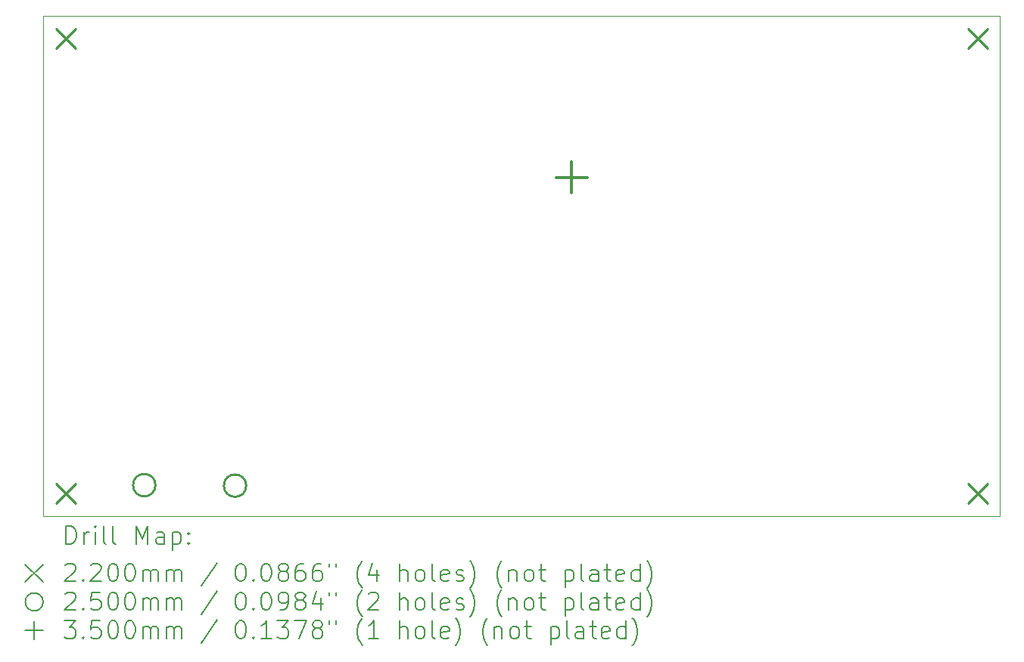
<source format=gbr>
%TF.GenerationSoftware,KiCad,Pcbnew,(6.0.7)*%
%TF.CreationDate,2022-10-25T14:45:11+02:00*%
%TF.ProjectId,Affichage_Temp_Humidite,41666669-6368-4616-9765-5f54656d705f,rev?*%
%TF.SameCoordinates,Original*%
%TF.FileFunction,Drillmap*%
%TF.FilePolarity,Positive*%
%FSLAX45Y45*%
G04 Gerber Fmt 4.5, Leading zero omitted, Abs format (unit mm)*
G04 Created by KiCad (PCBNEW (6.0.7)) date 2022-10-25 14:45:11*
%MOMM*%
%LPD*%
G01*
G04 APERTURE LIST*
%ADD10C,0.050000*%
%ADD11C,0.200000*%
%ADD12C,0.220000*%
%ADD13C,0.250000*%
%ADD14C,0.350000*%
G04 APERTURE END LIST*
D10*
X7400000Y-4000000D02*
X18100000Y-4000000D01*
X7400000Y-4000000D02*
X7400000Y-9600000D01*
X7400000Y-9600000D02*
X18100000Y-9600000D01*
X18100000Y-4000000D02*
X18100000Y-9600000D01*
D11*
D12*
X7540000Y-4140000D02*
X7760000Y-4360000D01*
X7760000Y-4140000D02*
X7540000Y-4360000D01*
X7540000Y-9240000D02*
X7760000Y-9460000D01*
X7760000Y-9240000D02*
X7540000Y-9460000D01*
X17740000Y-4140000D02*
X17960000Y-4360000D01*
X17960000Y-4140000D02*
X17740000Y-4360000D01*
X17740000Y-9240000D02*
X17960000Y-9460000D01*
X17960000Y-9240000D02*
X17740000Y-9460000D01*
D13*
X8653000Y-9254000D02*
G75*
G03*
X8653000Y-9254000I-125000J0D01*
G01*
X9669000Y-9260000D02*
G75*
G03*
X9669000Y-9260000I-125000J0D01*
G01*
D14*
X13309000Y-5632000D02*
X13309000Y-5982000D01*
X13134000Y-5807000D02*
X13484000Y-5807000D01*
D11*
X7655119Y-9912976D02*
X7655119Y-9712976D01*
X7702738Y-9712976D01*
X7731309Y-9722500D01*
X7750357Y-9741548D01*
X7759881Y-9760595D01*
X7769405Y-9798690D01*
X7769405Y-9827262D01*
X7759881Y-9865357D01*
X7750357Y-9884405D01*
X7731309Y-9903452D01*
X7702738Y-9912976D01*
X7655119Y-9912976D01*
X7855119Y-9912976D02*
X7855119Y-9779643D01*
X7855119Y-9817738D02*
X7864643Y-9798690D01*
X7874167Y-9789167D01*
X7893214Y-9779643D01*
X7912262Y-9779643D01*
X7978928Y-9912976D02*
X7978928Y-9779643D01*
X7978928Y-9712976D02*
X7969405Y-9722500D01*
X7978928Y-9732024D01*
X7988452Y-9722500D01*
X7978928Y-9712976D01*
X7978928Y-9732024D01*
X8102738Y-9912976D02*
X8083690Y-9903452D01*
X8074167Y-9884405D01*
X8074167Y-9712976D01*
X8207500Y-9912976D02*
X8188452Y-9903452D01*
X8178928Y-9884405D01*
X8178928Y-9712976D01*
X8436071Y-9912976D02*
X8436071Y-9712976D01*
X8502738Y-9855833D01*
X8569405Y-9712976D01*
X8569405Y-9912976D01*
X8750357Y-9912976D02*
X8750357Y-9808214D01*
X8740833Y-9789167D01*
X8721786Y-9779643D01*
X8683690Y-9779643D01*
X8664643Y-9789167D01*
X8750357Y-9903452D02*
X8731310Y-9912976D01*
X8683690Y-9912976D01*
X8664643Y-9903452D01*
X8655119Y-9884405D01*
X8655119Y-9865357D01*
X8664643Y-9846310D01*
X8683690Y-9836786D01*
X8731310Y-9836786D01*
X8750357Y-9827262D01*
X8845595Y-9779643D02*
X8845595Y-9979643D01*
X8845595Y-9789167D02*
X8864643Y-9779643D01*
X8902738Y-9779643D01*
X8921786Y-9789167D01*
X8931310Y-9798690D01*
X8940833Y-9817738D01*
X8940833Y-9874881D01*
X8931310Y-9893929D01*
X8921786Y-9903452D01*
X8902738Y-9912976D01*
X8864643Y-9912976D01*
X8845595Y-9903452D01*
X9026548Y-9893929D02*
X9036071Y-9903452D01*
X9026548Y-9912976D01*
X9017024Y-9903452D01*
X9026548Y-9893929D01*
X9026548Y-9912976D01*
X9026548Y-9789167D02*
X9036071Y-9798690D01*
X9026548Y-9808214D01*
X9017024Y-9798690D01*
X9026548Y-9789167D01*
X9026548Y-9808214D01*
X7197500Y-10142500D02*
X7397500Y-10342500D01*
X7397500Y-10142500D02*
X7197500Y-10342500D01*
X7645595Y-10152024D02*
X7655119Y-10142500D01*
X7674167Y-10132976D01*
X7721786Y-10132976D01*
X7740833Y-10142500D01*
X7750357Y-10152024D01*
X7759881Y-10171071D01*
X7759881Y-10190119D01*
X7750357Y-10218690D01*
X7636071Y-10332976D01*
X7759881Y-10332976D01*
X7845595Y-10313929D02*
X7855119Y-10323452D01*
X7845595Y-10332976D01*
X7836071Y-10323452D01*
X7845595Y-10313929D01*
X7845595Y-10332976D01*
X7931309Y-10152024D02*
X7940833Y-10142500D01*
X7959881Y-10132976D01*
X8007500Y-10132976D01*
X8026548Y-10142500D01*
X8036071Y-10152024D01*
X8045595Y-10171071D01*
X8045595Y-10190119D01*
X8036071Y-10218690D01*
X7921786Y-10332976D01*
X8045595Y-10332976D01*
X8169405Y-10132976D02*
X8188452Y-10132976D01*
X8207500Y-10142500D01*
X8217024Y-10152024D01*
X8226548Y-10171071D01*
X8236071Y-10209167D01*
X8236071Y-10256786D01*
X8226548Y-10294881D01*
X8217024Y-10313929D01*
X8207500Y-10323452D01*
X8188452Y-10332976D01*
X8169405Y-10332976D01*
X8150357Y-10323452D01*
X8140833Y-10313929D01*
X8131309Y-10294881D01*
X8121786Y-10256786D01*
X8121786Y-10209167D01*
X8131309Y-10171071D01*
X8140833Y-10152024D01*
X8150357Y-10142500D01*
X8169405Y-10132976D01*
X8359881Y-10132976D02*
X8378928Y-10132976D01*
X8397976Y-10142500D01*
X8407500Y-10152024D01*
X8417024Y-10171071D01*
X8426548Y-10209167D01*
X8426548Y-10256786D01*
X8417024Y-10294881D01*
X8407500Y-10313929D01*
X8397976Y-10323452D01*
X8378928Y-10332976D01*
X8359881Y-10332976D01*
X8340833Y-10323452D01*
X8331309Y-10313929D01*
X8321786Y-10294881D01*
X8312262Y-10256786D01*
X8312262Y-10209167D01*
X8321786Y-10171071D01*
X8331309Y-10152024D01*
X8340833Y-10142500D01*
X8359881Y-10132976D01*
X8512262Y-10332976D02*
X8512262Y-10199643D01*
X8512262Y-10218690D02*
X8521786Y-10209167D01*
X8540833Y-10199643D01*
X8569405Y-10199643D01*
X8588452Y-10209167D01*
X8597976Y-10228214D01*
X8597976Y-10332976D01*
X8597976Y-10228214D02*
X8607500Y-10209167D01*
X8626548Y-10199643D01*
X8655119Y-10199643D01*
X8674167Y-10209167D01*
X8683690Y-10228214D01*
X8683690Y-10332976D01*
X8778929Y-10332976D02*
X8778929Y-10199643D01*
X8778929Y-10218690D02*
X8788452Y-10209167D01*
X8807500Y-10199643D01*
X8836071Y-10199643D01*
X8855119Y-10209167D01*
X8864643Y-10228214D01*
X8864643Y-10332976D01*
X8864643Y-10228214D02*
X8874167Y-10209167D01*
X8893214Y-10199643D01*
X8921786Y-10199643D01*
X8940833Y-10209167D01*
X8950357Y-10228214D01*
X8950357Y-10332976D01*
X9340833Y-10123452D02*
X9169405Y-10380595D01*
X9597976Y-10132976D02*
X9617024Y-10132976D01*
X9636071Y-10142500D01*
X9645595Y-10152024D01*
X9655119Y-10171071D01*
X9664643Y-10209167D01*
X9664643Y-10256786D01*
X9655119Y-10294881D01*
X9645595Y-10313929D01*
X9636071Y-10323452D01*
X9617024Y-10332976D01*
X9597976Y-10332976D01*
X9578929Y-10323452D01*
X9569405Y-10313929D01*
X9559881Y-10294881D01*
X9550357Y-10256786D01*
X9550357Y-10209167D01*
X9559881Y-10171071D01*
X9569405Y-10152024D01*
X9578929Y-10142500D01*
X9597976Y-10132976D01*
X9750357Y-10313929D02*
X9759881Y-10323452D01*
X9750357Y-10332976D01*
X9740833Y-10323452D01*
X9750357Y-10313929D01*
X9750357Y-10332976D01*
X9883690Y-10132976D02*
X9902738Y-10132976D01*
X9921786Y-10142500D01*
X9931310Y-10152024D01*
X9940833Y-10171071D01*
X9950357Y-10209167D01*
X9950357Y-10256786D01*
X9940833Y-10294881D01*
X9931310Y-10313929D01*
X9921786Y-10323452D01*
X9902738Y-10332976D01*
X9883690Y-10332976D01*
X9864643Y-10323452D01*
X9855119Y-10313929D01*
X9845595Y-10294881D01*
X9836071Y-10256786D01*
X9836071Y-10209167D01*
X9845595Y-10171071D01*
X9855119Y-10152024D01*
X9864643Y-10142500D01*
X9883690Y-10132976D01*
X10064643Y-10218690D02*
X10045595Y-10209167D01*
X10036071Y-10199643D01*
X10026548Y-10180595D01*
X10026548Y-10171071D01*
X10036071Y-10152024D01*
X10045595Y-10142500D01*
X10064643Y-10132976D01*
X10102738Y-10132976D01*
X10121786Y-10142500D01*
X10131310Y-10152024D01*
X10140833Y-10171071D01*
X10140833Y-10180595D01*
X10131310Y-10199643D01*
X10121786Y-10209167D01*
X10102738Y-10218690D01*
X10064643Y-10218690D01*
X10045595Y-10228214D01*
X10036071Y-10237738D01*
X10026548Y-10256786D01*
X10026548Y-10294881D01*
X10036071Y-10313929D01*
X10045595Y-10323452D01*
X10064643Y-10332976D01*
X10102738Y-10332976D01*
X10121786Y-10323452D01*
X10131310Y-10313929D01*
X10140833Y-10294881D01*
X10140833Y-10256786D01*
X10131310Y-10237738D01*
X10121786Y-10228214D01*
X10102738Y-10218690D01*
X10312262Y-10132976D02*
X10274167Y-10132976D01*
X10255119Y-10142500D01*
X10245595Y-10152024D01*
X10226548Y-10180595D01*
X10217024Y-10218690D01*
X10217024Y-10294881D01*
X10226548Y-10313929D01*
X10236071Y-10323452D01*
X10255119Y-10332976D01*
X10293214Y-10332976D01*
X10312262Y-10323452D01*
X10321786Y-10313929D01*
X10331310Y-10294881D01*
X10331310Y-10247262D01*
X10321786Y-10228214D01*
X10312262Y-10218690D01*
X10293214Y-10209167D01*
X10255119Y-10209167D01*
X10236071Y-10218690D01*
X10226548Y-10228214D01*
X10217024Y-10247262D01*
X10502738Y-10132976D02*
X10464643Y-10132976D01*
X10445595Y-10142500D01*
X10436071Y-10152024D01*
X10417024Y-10180595D01*
X10407500Y-10218690D01*
X10407500Y-10294881D01*
X10417024Y-10313929D01*
X10426548Y-10323452D01*
X10445595Y-10332976D01*
X10483690Y-10332976D01*
X10502738Y-10323452D01*
X10512262Y-10313929D01*
X10521786Y-10294881D01*
X10521786Y-10247262D01*
X10512262Y-10228214D01*
X10502738Y-10218690D01*
X10483690Y-10209167D01*
X10445595Y-10209167D01*
X10426548Y-10218690D01*
X10417024Y-10228214D01*
X10407500Y-10247262D01*
X10597976Y-10132976D02*
X10597976Y-10171071D01*
X10674167Y-10132976D02*
X10674167Y-10171071D01*
X10969405Y-10409167D02*
X10959881Y-10399643D01*
X10940833Y-10371071D01*
X10931310Y-10352024D01*
X10921786Y-10323452D01*
X10912262Y-10275833D01*
X10912262Y-10237738D01*
X10921786Y-10190119D01*
X10931310Y-10161548D01*
X10940833Y-10142500D01*
X10959881Y-10113929D01*
X10969405Y-10104405D01*
X11131310Y-10199643D02*
X11131310Y-10332976D01*
X11083690Y-10123452D02*
X11036071Y-10266310D01*
X11159881Y-10266310D01*
X11388452Y-10332976D02*
X11388452Y-10132976D01*
X11474167Y-10332976D02*
X11474167Y-10228214D01*
X11464643Y-10209167D01*
X11445595Y-10199643D01*
X11417024Y-10199643D01*
X11397976Y-10209167D01*
X11388452Y-10218690D01*
X11597976Y-10332976D02*
X11578928Y-10323452D01*
X11569405Y-10313929D01*
X11559881Y-10294881D01*
X11559881Y-10237738D01*
X11569405Y-10218690D01*
X11578928Y-10209167D01*
X11597976Y-10199643D01*
X11626548Y-10199643D01*
X11645595Y-10209167D01*
X11655119Y-10218690D01*
X11664643Y-10237738D01*
X11664643Y-10294881D01*
X11655119Y-10313929D01*
X11645595Y-10323452D01*
X11626548Y-10332976D01*
X11597976Y-10332976D01*
X11778928Y-10332976D02*
X11759881Y-10323452D01*
X11750357Y-10304405D01*
X11750357Y-10132976D01*
X11931309Y-10323452D02*
X11912262Y-10332976D01*
X11874167Y-10332976D01*
X11855119Y-10323452D01*
X11845595Y-10304405D01*
X11845595Y-10228214D01*
X11855119Y-10209167D01*
X11874167Y-10199643D01*
X11912262Y-10199643D01*
X11931309Y-10209167D01*
X11940833Y-10228214D01*
X11940833Y-10247262D01*
X11845595Y-10266310D01*
X12017024Y-10323452D02*
X12036071Y-10332976D01*
X12074167Y-10332976D01*
X12093214Y-10323452D01*
X12102738Y-10304405D01*
X12102738Y-10294881D01*
X12093214Y-10275833D01*
X12074167Y-10266310D01*
X12045595Y-10266310D01*
X12026548Y-10256786D01*
X12017024Y-10237738D01*
X12017024Y-10228214D01*
X12026548Y-10209167D01*
X12045595Y-10199643D01*
X12074167Y-10199643D01*
X12093214Y-10209167D01*
X12169405Y-10409167D02*
X12178928Y-10399643D01*
X12197976Y-10371071D01*
X12207500Y-10352024D01*
X12217024Y-10323452D01*
X12226548Y-10275833D01*
X12226548Y-10237738D01*
X12217024Y-10190119D01*
X12207500Y-10161548D01*
X12197976Y-10142500D01*
X12178928Y-10113929D01*
X12169405Y-10104405D01*
X12531309Y-10409167D02*
X12521786Y-10399643D01*
X12502738Y-10371071D01*
X12493214Y-10352024D01*
X12483690Y-10323452D01*
X12474167Y-10275833D01*
X12474167Y-10237738D01*
X12483690Y-10190119D01*
X12493214Y-10161548D01*
X12502738Y-10142500D01*
X12521786Y-10113929D01*
X12531309Y-10104405D01*
X12607500Y-10199643D02*
X12607500Y-10332976D01*
X12607500Y-10218690D02*
X12617024Y-10209167D01*
X12636071Y-10199643D01*
X12664643Y-10199643D01*
X12683690Y-10209167D01*
X12693214Y-10228214D01*
X12693214Y-10332976D01*
X12817024Y-10332976D02*
X12797976Y-10323452D01*
X12788452Y-10313929D01*
X12778928Y-10294881D01*
X12778928Y-10237738D01*
X12788452Y-10218690D01*
X12797976Y-10209167D01*
X12817024Y-10199643D01*
X12845595Y-10199643D01*
X12864643Y-10209167D01*
X12874167Y-10218690D01*
X12883690Y-10237738D01*
X12883690Y-10294881D01*
X12874167Y-10313929D01*
X12864643Y-10323452D01*
X12845595Y-10332976D01*
X12817024Y-10332976D01*
X12940833Y-10199643D02*
X13017024Y-10199643D01*
X12969405Y-10132976D02*
X12969405Y-10304405D01*
X12978928Y-10323452D01*
X12997976Y-10332976D01*
X13017024Y-10332976D01*
X13236071Y-10199643D02*
X13236071Y-10399643D01*
X13236071Y-10209167D02*
X13255119Y-10199643D01*
X13293214Y-10199643D01*
X13312262Y-10209167D01*
X13321786Y-10218690D01*
X13331309Y-10237738D01*
X13331309Y-10294881D01*
X13321786Y-10313929D01*
X13312262Y-10323452D01*
X13293214Y-10332976D01*
X13255119Y-10332976D01*
X13236071Y-10323452D01*
X13445595Y-10332976D02*
X13426548Y-10323452D01*
X13417024Y-10304405D01*
X13417024Y-10132976D01*
X13607500Y-10332976D02*
X13607500Y-10228214D01*
X13597976Y-10209167D01*
X13578928Y-10199643D01*
X13540833Y-10199643D01*
X13521786Y-10209167D01*
X13607500Y-10323452D02*
X13588452Y-10332976D01*
X13540833Y-10332976D01*
X13521786Y-10323452D01*
X13512262Y-10304405D01*
X13512262Y-10285357D01*
X13521786Y-10266310D01*
X13540833Y-10256786D01*
X13588452Y-10256786D01*
X13607500Y-10247262D01*
X13674167Y-10199643D02*
X13750357Y-10199643D01*
X13702738Y-10132976D02*
X13702738Y-10304405D01*
X13712262Y-10323452D01*
X13731309Y-10332976D01*
X13750357Y-10332976D01*
X13893214Y-10323452D02*
X13874167Y-10332976D01*
X13836071Y-10332976D01*
X13817024Y-10323452D01*
X13807500Y-10304405D01*
X13807500Y-10228214D01*
X13817024Y-10209167D01*
X13836071Y-10199643D01*
X13874167Y-10199643D01*
X13893214Y-10209167D01*
X13902738Y-10228214D01*
X13902738Y-10247262D01*
X13807500Y-10266310D01*
X14074167Y-10332976D02*
X14074167Y-10132976D01*
X14074167Y-10323452D02*
X14055119Y-10332976D01*
X14017024Y-10332976D01*
X13997976Y-10323452D01*
X13988452Y-10313929D01*
X13978928Y-10294881D01*
X13978928Y-10237738D01*
X13988452Y-10218690D01*
X13997976Y-10209167D01*
X14017024Y-10199643D01*
X14055119Y-10199643D01*
X14074167Y-10209167D01*
X14150357Y-10409167D02*
X14159881Y-10399643D01*
X14178928Y-10371071D01*
X14188452Y-10352024D01*
X14197976Y-10323452D01*
X14207500Y-10275833D01*
X14207500Y-10237738D01*
X14197976Y-10190119D01*
X14188452Y-10161548D01*
X14178928Y-10142500D01*
X14159881Y-10113929D01*
X14150357Y-10104405D01*
X7397500Y-10562500D02*
G75*
G03*
X7397500Y-10562500I-100000J0D01*
G01*
X7645595Y-10472024D02*
X7655119Y-10462500D01*
X7674167Y-10452976D01*
X7721786Y-10452976D01*
X7740833Y-10462500D01*
X7750357Y-10472024D01*
X7759881Y-10491071D01*
X7759881Y-10510119D01*
X7750357Y-10538690D01*
X7636071Y-10652976D01*
X7759881Y-10652976D01*
X7845595Y-10633929D02*
X7855119Y-10643452D01*
X7845595Y-10652976D01*
X7836071Y-10643452D01*
X7845595Y-10633929D01*
X7845595Y-10652976D01*
X8036071Y-10452976D02*
X7940833Y-10452976D01*
X7931309Y-10548214D01*
X7940833Y-10538690D01*
X7959881Y-10529167D01*
X8007500Y-10529167D01*
X8026548Y-10538690D01*
X8036071Y-10548214D01*
X8045595Y-10567262D01*
X8045595Y-10614881D01*
X8036071Y-10633929D01*
X8026548Y-10643452D01*
X8007500Y-10652976D01*
X7959881Y-10652976D01*
X7940833Y-10643452D01*
X7931309Y-10633929D01*
X8169405Y-10452976D02*
X8188452Y-10452976D01*
X8207500Y-10462500D01*
X8217024Y-10472024D01*
X8226548Y-10491071D01*
X8236071Y-10529167D01*
X8236071Y-10576786D01*
X8226548Y-10614881D01*
X8217024Y-10633929D01*
X8207500Y-10643452D01*
X8188452Y-10652976D01*
X8169405Y-10652976D01*
X8150357Y-10643452D01*
X8140833Y-10633929D01*
X8131309Y-10614881D01*
X8121786Y-10576786D01*
X8121786Y-10529167D01*
X8131309Y-10491071D01*
X8140833Y-10472024D01*
X8150357Y-10462500D01*
X8169405Y-10452976D01*
X8359881Y-10452976D02*
X8378928Y-10452976D01*
X8397976Y-10462500D01*
X8407500Y-10472024D01*
X8417024Y-10491071D01*
X8426548Y-10529167D01*
X8426548Y-10576786D01*
X8417024Y-10614881D01*
X8407500Y-10633929D01*
X8397976Y-10643452D01*
X8378928Y-10652976D01*
X8359881Y-10652976D01*
X8340833Y-10643452D01*
X8331309Y-10633929D01*
X8321786Y-10614881D01*
X8312262Y-10576786D01*
X8312262Y-10529167D01*
X8321786Y-10491071D01*
X8331309Y-10472024D01*
X8340833Y-10462500D01*
X8359881Y-10452976D01*
X8512262Y-10652976D02*
X8512262Y-10519643D01*
X8512262Y-10538690D02*
X8521786Y-10529167D01*
X8540833Y-10519643D01*
X8569405Y-10519643D01*
X8588452Y-10529167D01*
X8597976Y-10548214D01*
X8597976Y-10652976D01*
X8597976Y-10548214D02*
X8607500Y-10529167D01*
X8626548Y-10519643D01*
X8655119Y-10519643D01*
X8674167Y-10529167D01*
X8683690Y-10548214D01*
X8683690Y-10652976D01*
X8778929Y-10652976D02*
X8778929Y-10519643D01*
X8778929Y-10538690D02*
X8788452Y-10529167D01*
X8807500Y-10519643D01*
X8836071Y-10519643D01*
X8855119Y-10529167D01*
X8864643Y-10548214D01*
X8864643Y-10652976D01*
X8864643Y-10548214D02*
X8874167Y-10529167D01*
X8893214Y-10519643D01*
X8921786Y-10519643D01*
X8940833Y-10529167D01*
X8950357Y-10548214D01*
X8950357Y-10652976D01*
X9340833Y-10443452D02*
X9169405Y-10700595D01*
X9597976Y-10452976D02*
X9617024Y-10452976D01*
X9636071Y-10462500D01*
X9645595Y-10472024D01*
X9655119Y-10491071D01*
X9664643Y-10529167D01*
X9664643Y-10576786D01*
X9655119Y-10614881D01*
X9645595Y-10633929D01*
X9636071Y-10643452D01*
X9617024Y-10652976D01*
X9597976Y-10652976D01*
X9578929Y-10643452D01*
X9569405Y-10633929D01*
X9559881Y-10614881D01*
X9550357Y-10576786D01*
X9550357Y-10529167D01*
X9559881Y-10491071D01*
X9569405Y-10472024D01*
X9578929Y-10462500D01*
X9597976Y-10452976D01*
X9750357Y-10633929D02*
X9759881Y-10643452D01*
X9750357Y-10652976D01*
X9740833Y-10643452D01*
X9750357Y-10633929D01*
X9750357Y-10652976D01*
X9883690Y-10452976D02*
X9902738Y-10452976D01*
X9921786Y-10462500D01*
X9931310Y-10472024D01*
X9940833Y-10491071D01*
X9950357Y-10529167D01*
X9950357Y-10576786D01*
X9940833Y-10614881D01*
X9931310Y-10633929D01*
X9921786Y-10643452D01*
X9902738Y-10652976D01*
X9883690Y-10652976D01*
X9864643Y-10643452D01*
X9855119Y-10633929D01*
X9845595Y-10614881D01*
X9836071Y-10576786D01*
X9836071Y-10529167D01*
X9845595Y-10491071D01*
X9855119Y-10472024D01*
X9864643Y-10462500D01*
X9883690Y-10452976D01*
X10045595Y-10652976D02*
X10083690Y-10652976D01*
X10102738Y-10643452D01*
X10112262Y-10633929D01*
X10131310Y-10605357D01*
X10140833Y-10567262D01*
X10140833Y-10491071D01*
X10131310Y-10472024D01*
X10121786Y-10462500D01*
X10102738Y-10452976D01*
X10064643Y-10452976D01*
X10045595Y-10462500D01*
X10036071Y-10472024D01*
X10026548Y-10491071D01*
X10026548Y-10538690D01*
X10036071Y-10557738D01*
X10045595Y-10567262D01*
X10064643Y-10576786D01*
X10102738Y-10576786D01*
X10121786Y-10567262D01*
X10131310Y-10557738D01*
X10140833Y-10538690D01*
X10255119Y-10538690D02*
X10236071Y-10529167D01*
X10226548Y-10519643D01*
X10217024Y-10500595D01*
X10217024Y-10491071D01*
X10226548Y-10472024D01*
X10236071Y-10462500D01*
X10255119Y-10452976D01*
X10293214Y-10452976D01*
X10312262Y-10462500D01*
X10321786Y-10472024D01*
X10331310Y-10491071D01*
X10331310Y-10500595D01*
X10321786Y-10519643D01*
X10312262Y-10529167D01*
X10293214Y-10538690D01*
X10255119Y-10538690D01*
X10236071Y-10548214D01*
X10226548Y-10557738D01*
X10217024Y-10576786D01*
X10217024Y-10614881D01*
X10226548Y-10633929D01*
X10236071Y-10643452D01*
X10255119Y-10652976D01*
X10293214Y-10652976D01*
X10312262Y-10643452D01*
X10321786Y-10633929D01*
X10331310Y-10614881D01*
X10331310Y-10576786D01*
X10321786Y-10557738D01*
X10312262Y-10548214D01*
X10293214Y-10538690D01*
X10502738Y-10519643D02*
X10502738Y-10652976D01*
X10455119Y-10443452D02*
X10407500Y-10586310D01*
X10531310Y-10586310D01*
X10597976Y-10452976D02*
X10597976Y-10491071D01*
X10674167Y-10452976D02*
X10674167Y-10491071D01*
X10969405Y-10729167D02*
X10959881Y-10719643D01*
X10940833Y-10691071D01*
X10931310Y-10672024D01*
X10921786Y-10643452D01*
X10912262Y-10595833D01*
X10912262Y-10557738D01*
X10921786Y-10510119D01*
X10931310Y-10481548D01*
X10940833Y-10462500D01*
X10959881Y-10433929D01*
X10969405Y-10424405D01*
X11036071Y-10472024D02*
X11045595Y-10462500D01*
X11064643Y-10452976D01*
X11112262Y-10452976D01*
X11131310Y-10462500D01*
X11140833Y-10472024D01*
X11150357Y-10491071D01*
X11150357Y-10510119D01*
X11140833Y-10538690D01*
X11026548Y-10652976D01*
X11150357Y-10652976D01*
X11388452Y-10652976D02*
X11388452Y-10452976D01*
X11474167Y-10652976D02*
X11474167Y-10548214D01*
X11464643Y-10529167D01*
X11445595Y-10519643D01*
X11417024Y-10519643D01*
X11397976Y-10529167D01*
X11388452Y-10538690D01*
X11597976Y-10652976D02*
X11578928Y-10643452D01*
X11569405Y-10633929D01*
X11559881Y-10614881D01*
X11559881Y-10557738D01*
X11569405Y-10538690D01*
X11578928Y-10529167D01*
X11597976Y-10519643D01*
X11626548Y-10519643D01*
X11645595Y-10529167D01*
X11655119Y-10538690D01*
X11664643Y-10557738D01*
X11664643Y-10614881D01*
X11655119Y-10633929D01*
X11645595Y-10643452D01*
X11626548Y-10652976D01*
X11597976Y-10652976D01*
X11778928Y-10652976D02*
X11759881Y-10643452D01*
X11750357Y-10624405D01*
X11750357Y-10452976D01*
X11931309Y-10643452D02*
X11912262Y-10652976D01*
X11874167Y-10652976D01*
X11855119Y-10643452D01*
X11845595Y-10624405D01*
X11845595Y-10548214D01*
X11855119Y-10529167D01*
X11874167Y-10519643D01*
X11912262Y-10519643D01*
X11931309Y-10529167D01*
X11940833Y-10548214D01*
X11940833Y-10567262D01*
X11845595Y-10586310D01*
X12017024Y-10643452D02*
X12036071Y-10652976D01*
X12074167Y-10652976D01*
X12093214Y-10643452D01*
X12102738Y-10624405D01*
X12102738Y-10614881D01*
X12093214Y-10595833D01*
X12074167Y-10586310D01*
X12045595Y-10586310D01*
X12026548Y-10576786D01*
X12017024Y-10557738D01*
X12017024Y-10548214D01*
X12026548Y-10529167D01*
X12045595Y-10519643D01*
X12074167Y-10519643D01*
X12093214Y-10529167D01*
X12169405Y-10729167D02*
X12178928Y-10719643D01*
X12197976Y-10691071D01*
X12207500Y-10672024D01*
X12217024Y-10643452D01*
X12226548Y-10595833D01*
X12226548Y-10557738D01*
X12217024Y-10510119D01*
X12207500Y-10481548D01*
X12197976Y-10462500D01*
X12178928Y-10433929D01*
X12169405Y-10424405D01*
X12531309Y-10729167D02*
X12521786Y-10719643D01*
X12502738Y-10691071D01*
X12493214Y-10672024D01*
X12483690Y-10643452D01*
X12474167Y-10595833D01*
X12474167Y-10557738D01*
X12483690Y-10510119D01*
X12493214Y-10481548D01*
X12502738Y-10462500D01*
X12521786Y-10433929D01*
X12531309Y-10424405D01*
X12607500Y-10519643D02*
X12607500Y-10652976D01*
X12607500Y-10538690D02*
X12617024Y-10529167D01*
X12636071Y-10519643D01*
X12664643Y-10519643D01*
X12683690Y-10529167D01*
X12693214Y-10548214D01*
X12693214Y-10652976D01*
X12817024Y-10652976D02*
X12797976Y-10643452D01*
X12788452Y-10633929D01*
X12778928Y-10614881D01*
X12778928Y-10557738D01*
X12788452Y-10538690D01*
X12797976Y-10529167D01*
X12817024Y-10519643D01*
X12845595Y-10519643D01*
X12864643Y-10529167D01*
X12874167Y-10538690D01*
X12883690Y-10557738D01*
X12883690Y-10614881D01*
X12874167Y-10633929D01*
X12864643Y-10643452D01*
X12845595Y-10652976D01*
X12817024Y-10652976D01*
X12940833Y-10519643D02*
X13017024Y-10519643D01*
X12969405Y-10452976D02*
X12969405Y-10624405D01*
X12978928Y-10643452D01*
X12997976Y-10652976D01*
X13017024Y-10652976D01*
X13236071Y-10519643D02*
X13236071Y-10719643D01*
X13236071Y-10529167D02*
X13255119Y-10519643D01*
X13293214Y-10519643D01*
X13312262Y-10529167D01*
X13321786Y-10538690D01*
X13331309Y-10557738D01*
X13331309Y-10614881D01*
X13321786Y-10633929D01*
X13312262Y-10643452D01*
X13293214Y-10652976D01*
X13255119Y-10652976D01*
X13236071Y-10643452D01*
X13445595Y-10652976D02*
X13426548Y-10643452D01*
X13417024Y-10624405D01*
X13417024Y-10452976D01*
X13607500Y-10652976D02*
X13607500Y-10548214D01*
X13597976Y-10529167D01*
X13578928Y-10519643D01*
X13540833Y-10519643D01*
X13521786Y-10529167D01*
X13607500Y-10643452D02*
X13588452Y-10652976D01*
X13540833Y-10652976D01*
X13521786Y-10643452D01*
X13512262Y-10624405D01*
X13512262Y-10605357D01*
X13521786Y-10586310D01*
X13540833Y-10576786D01*
X13588452Y-10576786D01*
X13607500Y-10567262D01*
X13674167Y-10519643D02*
X13750357Y-10519643D01*
X13702738Y-10452976D02*
X13702738Y-10624405D01*
X13712262Y-10643452D01*
X13731309Y-10652976D01*
X13750357Y-10652976D01*
X13893214Y-10643452D02*
X13874167Y-10652976D01*
X13836071Y-10652976D01*
X13817024Y-10643452D01*
X13807500Y-10624405D01*
X13807500Y-10548214D01*
X13817024Y-10529167D01*
X13836071Y-10519643D01*
X13874167Y-10519643D01*
X13893214Y-10529167D01*
X13902738Y-10548214D01*
X13902738Y-10567262D01*
X13807500Y-10586310D01*
X14074167Y-10652976D02*
X14074167Y-10452976D01*
X14074167Y-10643452D02*
X14055119Y-10652976D01*
X14017024Y-10652976D01*
X13997976Y-10643452D01*
X13988452Y-10633929D01*
X13978928Y-10614881D01*
X13978928Y-10557738D01*
X13988452Y-10538690D01*
X13997976Y-10529167D01*
X14017024Y-10519643D01*
X14055119Y-10519643D01*
X14074167Y-10529167D01*
X14150357Y-10729167D02*
X14159881Y-10719643D01*
X14178928Y-10691071D01*
X14188452Y-10672024D01*
X14197976Y-10643452D01*
X14207500Y-10595833D01*
X14207500Y-10557738D01*
X14197976Y-10510119D01*
X14188452Y-10481548D01*
X14178928Y-10462500D01*
X14159881Y-10433929D01*
X14150357Y-10424405D01*
X7297500Y-10782500D02*
X7297500Y-10982500D01*
X7197500Y-10882500D02*
X7397500Y-10882500D01*
X7636071Y-10772976D02*
X7759881Y-10772976D01*
X7693214Y-10849167D01*
X7721786Y-10849167D01*
X7740833Y-10858690D01*
X7750357Y-10868214D01*
X7759881Y-10887262D01*
X7759881Y-10934881D01*
X7750357Y-10953929D01*
X7740833Y-10963452D01*
X7721786Y-10972976D01*
X7664643Y-10972976D01*
X7645595Y-10963452D01*
X7636071Y-10953929D01*
X7845595Y-10953929D02*
X7855119Y-10963452D01*
X7845595Y-10972976D01*
X7836071Y-10963452D01*
X7845595Y-10953929D01*
X7845595Y-10972976D01*
X8036071Y-10772976D02*
X7940833Y-10772976D01*
X7931309Y-10868214D01*
X7940833Y-10858690D01*
X7959881Y-10849167D01*
X8007500Y-10849167D01*
X8026548Y-10858690D01*
X8036071Y-10868214D01*
X8045595Y-10887262D01*
X8045595Y-10934881D01*
X8036071Y-10953929D01*
X8026548Y-10963452D01*
X8007500Y-10972976D01*
X7959881Y-10972976D01*
X7940833Y-10963452D01*
X7931309Y-10953929D01*
X8169405Y-10772976D02*
X8188452Y-10772976D01*
X8207500Y-10782500D01*
X8217024Y-10792024D01*
X8226548Y-10811071D01*
X8236071Y-10849167D01*
X8236071Y-10896786D01*
X8226548Y-10934881D01*
X8217024Y-10953929D01*
X8207500Y-10963452D01*
X8188452Y-10972976D01*
X8169405Y-10972976D01*
X8150357Y-10963452D01*
X8140833Y-10953929D01*
X8131309Y-10934881D01*
X8121786Y-10896786D01*
X8121786Y-10849167D01*
X8131309Y-10811071D01*
X8140833Y-10792024D01*
X8150357Y-10782500D01*
X8169405Y-10772976D01*
X8359881Y-10772976D02*
X8378928Y-10772976D01*
X8397976Y-10782500D01*
X8407500Y-10792024D01*
X8417024Y-10811071D01*
X8426548Y-10849167D01*
X8426548Y-10896786D01*
X8417024Y-10934881D01*
X8407500Y-10953929D01*
X8397976Y-10963452D01*
X8378928Y-10972976D01*
X8359881Y-10972976D01*
X8340833Y-10963452D01*
X8331309Y-10953929D01*
X8321786Y-10934881D01*
X8312262Y-10896786D01*
X8312262Y-10849167D01*
X8321786Y-10811071D01*
X8331309Y-10792024D01*
X8340833Y-10782500D01*
X8359881Y-10772976D01*
X8512262Y-10972976D02*
X8512262Y-10839643D01*
X8512262Y-10858690D02*
X8521786Y-10849167D01*
X8540833Y-10839643D01*
X8569405Y-10839643D01*
X8588452Y-10849167D01*
X8597976Y-10868214D01*
X8597976Y-10972976D01*
X8597976Y-10868214D02*
X8607500Y-10849167D01*
X8626548Y-10839643D01*
X8655119Y-10839643D01*
X8674167Y-10849167D01*
X8683690Y-10868214D01*
X8683690Y-10972976D01*
X8778929Y-10972976D02*
X8778929Y-10839643D01*
X8778929Y-10858690D02*
X8788452Y-10849167D01*
X8807500Y-10839643D01*
X8836071Y-10839643D01*
X8855119Y-10849167D01*
X8864643Y-10868214D01*
X8864643Y-10972976D01*
X8864643Y-10868214D02*
X8874167Y-10849167D01*
X8893214Y-10839643D01*
X8921786Y-10839643D01*
X8940833Y-10849167D01*
X8950357Y-10868214D01*
X8950357Y-10972976D01*
X9340833Y-10763452D02*
X9169405Y-11020595D01*
X9597976Y-10772976D02*
X9617024Y-10772976D01*
X9636071Y-10782500D01*
X9645595Y-10792024D01*
X9655119Y-10811071D01*
X9664643Y-10849167D01*
X9664643Y-10896786D01*
X9655119Y-10934881D01*
X9645595Y-10953929D01*
X9636071Y-10963452D01*
X9617024Y-10972976D01*
X9597976Y-10972976D01*
X9578929Y-10963452D01*
X9569405Y-10953929D01*
X9559881Y-10934881D01*
X9550357Y-10896786D01*
X9550357Y-10849167D01*
X9559881Y-10811071D01*
X9569405Y-10792024D01*
X9578929Y-10782500D01*
X9597976Y-10772976D01*
X9750357Y-10953929D02*
X9759881Y-10963452D01*
X9750357Y-10972976D01*
X9740833Y-10963452D01*
X9750357Y-10953929D01*
X9750357Y-10972976D01*
X9950357Y-10972976D02*
X9836071Y-10972976D01*
X9893214Y-10972976D02*
X9893214Y-10772976D01*
X9874167Y-10801548D01*
X9855119Y-10820595D01*
X9836071Y-10830119D01*
X10017024Y-10772976D02*
X10140833Y-10772976D01*
X10074167Y-10849167D01*
X10102738Y-10849167D01*
X10121786Y-10858690D01*
X10131310Y-10868214D01*
X10140833Y-10887262D01*
X10140833Y-10934881D01*
X10131310Y-10953929D01*
X10121786Y-10963452D01*
X10102738Y-10972976D01*
X10045595Y-10972976D01*
X10026548Y-10963452D01*
X10017024Y-10953929D01*
X10207500Y-10772976D02*
X10340833Y-10772976D01*
X10255119Y-10972976D01*
X10445595Y-10858690D02*
X10426548Y-10849167D01*
X10417024Y-10839643D01*
X10407500Y-10820595D01*
X10407500Y-10811071D01*
X10417024Y-10792024D01*
X10426548Y-10782500D01*
X10445595Y-10772976D01*
X10483690Y-10772976D01*
X10502738Y-10782500D01*
X10512262Y-10792024D01*
X10521786Y-10811071D01*
X10521786Y-10820595D01*
X10512262Y-10839643D01*
X10502738Y-10849167D01*
X10483690Y-10858690D01*
X10445595Y-10858690D01*
X10426548Y-10868214D01*
X10417024Y-10877738D01*
X10407500Y-10896786D01*
X10407500Y-10934881D01*
X10417024Y-10953929D01*
X10426548Y-10963452D01*
X10445595Y-10972976D01*
X10483690Y-10972976D01*
X10502738Y-10963452D01*
X10512262Y-10953929D01*
X10521786Y-10934881D01*
X10521786Y-10896786D01*
X10512262Y-10877738D01*
X10502738Y-10868214D01*
X10483690Y-10858690D01*
X10597976Y-10772976D02*
X10597976Y-10811071D01*
X10674167Y-10772976D02*
X10674167Y-10811071D01*
X10969405Y-11049167D02*
X10959881Y-11039643D01*
X10940833Y-11011071D01*
X10931310Y-10992024D01*
X10921786Y-10963452D01*
X10912262Y-10915833D01*
X10912262Y-10877738D01*
X10921786Y-10830119D01*
X10931310Y-10801548D01*
X10940833Y-10782500D01*
X10959881Y-10753929D01*
X10969405Y-10744405D01*
X11150357Y-10972976D02*
X11036071Y-10972976D01*
X11093214Y-10972976D02*
X11093214Y-10772976D01*
X11074167Y-10801548D01*
X11055119Y-10820595D01*
X11036071Y-10830119D01*
X11388452Y-10972976D02*
X11388452Y-10772976D01*
X11474167Y-10972976D02*
X11474167Y-10868214D01*
X11464643Y-10849167D01*
X11445595Y-10839643D01*
X11417024Y-10839643D01*
X11397976Y-10849167D01*
X11388452Y-10858690D01*
X11597976Y-10972976D02*
X11578928Y-10963452D01*
X11569405Y-10953929D01*
X11559881Y-10934881D01*
X11559881Y-10877738D01*
X11569405Y-10858690D01*
X11578928Y-10849167D01*
X11597976Y-10839643D01*
X11626548Y-10839643D01*
X11645595Y-10849167D01*
X11655119Y-10858690D01*
X11664643Y-10877738D01*
X11664643Y-10934881D01*
X11655119Y-10953929D01*
X11645595Y-10963452D01*
X11626548Y-10972976D01*
X11597976Y-10972976D01*
X11778928Y-10972976D02*
X11759881Y-10963452D01*
X11750357Y-10944405D01*
X11750357Y-10772976D01*
X11931309Y-10963452D02*
X11912262Y-10972976D01*
X11874167Y-10972976D01*
X11855119Y-10963452D01*
X11845595Y-10944405D01*
X11845595Y-10868214D01*
X11855119Y-10849167D01*
X11874167Y-10839643D01*
X11912262Y-10839643D01*
X11931309Y-10849167D01*
X11940833Y-10868214D01*
X11940833Y-10887262D01*
X11845595Y-10906310D01*
X12007500Y-11049167D02*
X12017024Y-11039643D01*
X12036071Y-11011071D01*
X12045595Y-10992024D01*
X12055119Y-10963452D01*
X12064643Y-10915833D01*
X12064643Y-10877738D01*
X12055119Y-10830119D01*
X12045595Y-10801548D01*
X12036071Y-10782500D01*
X12017024Y-10753929D01*
X12007500Y-10744405D01*
X12369405Y-11049167D02*
X12359881Y-11039643D01*
X12340833Y-11011071D01*
X12331309Y-10992024D01*
X12321786Y-10963452D01*
X12312262Y-10915833D01*
X12312262Y-10877738D01*
X12321786Y-10830119D01*
X12331309Y-10801548D01*
X12340833Y-10782500D01*
X12359881Y-10753929D01*
X12369405Y-10744405D01*
X12445595Y-10839643D02*
X12445595Y-10972976D01*
X12445595Y-10858690D02*
X12455119Y-10849167D01*
X12474167Y-10839643D01*
X12502738Y-10839643D01*
X12521786Y-10849167D01*
X12531309Y-10868214D01*
X12531309Y-10972976D01*
X12655119Y-10972976D02*
X12636071Y-10963452D01*
X12626548Y-10953929D01*
X12617024Y-10934881D01*
X12617024Y-10877738D01*
X12626548Y-10858690D01*
X12636071Y-10849167D01*
X12655119Y-10839643D01*
X12683690Y-10839643D01*
X12702738Y-10849167D01*
X12712262Y-10858690D01*
X12721786Y-10877738D01*
X12721786Y-10934881D01*
X12712262Y-10953929D01*
X12702738Y-10963452D01*
X12683690Y-10972976D01*
X12655119Y-10972976D01*
X12778928Y-10839643D02*
X12855119Y-10839643D01*
X12807500Y-10772976D02*
X12807500Y-10944405D01*
X12817024Y-10963452D01*
X12836071Y-10972976D01*
X12855119Y-10972976D01*
X13074167Y-10839643D02*
X13074167Y-11039643D01*
X13074167Y-10849167D02*
X13093214Y-10839643D01*
X13131309Y-10839643D01*
X13150357Y-10849167D01*
X13159881Y-10858690D01*
X13169405Y-10877738D01*
X13169405Y-10934881D01*
X13159881Y-10953929D01*
X13150357Y-10963452D01*
X13131309Y-10972976D01*
X13093214Y-10972976D01*
X13074167Y-10963452D01*
X13283690Y-10972976D02*
X13264643Y-10963452D01*
X13255119Y-10944405D01*
X13255119Y-10772976D01*
X13445595Y-10972976D02*
X13445595Y-10868214D01*
X13436071Y-10849167D01*
X13417024Y-10839643D01*
X13378928Y-10839643D01*
X13359881Y-10849167D01*
X13445595Y-10963452D02*
X13426548Y-10972976D01*
X13378928Y-10972976D01*
X13359881Y-10963452D01*
X13350357Y-10944405D01*
X13350357Y-10925357D01*
X13359881Y-10906310D01*
X13378928Y-10896786D01*
X13426548Y-10896786D01*
X13445595Y-10887262D01*
X13512262Y-10839643D02*
X13588452Y-10839643D01*
X13540833Y-10772976D02*
X13540833Y-10944405D01*
X13550357Y-10963452D01*
X13569405Y-10972976D01*
X13588452Y-10972976D01*
X13731309Y-10963452D02*
X13712262Y-10972976D01*
X13674167Y-10972976D01*
X13655119Y-10963452D01*
X13645595Y-10944405D01*
X13645595Y-10868214D01*
X13655119Y-10849167D01*
X13674167Y-10839643D01*
X13712262Y-10839643D01*
X13731309Y-10849167D01*
X13740833Y-10868214D01*
X13740833Y-10887262D01*
X13645595Y-10906310D01*
X13912262Y-10972976D02*
X13912262Y-10772976D01*
X13912262Y-10963452D02*
X13893214Y-10972976D01*
X13855119Y-10972976D01*
X13836071Y-10963452D01*
X13826548Y-10953929D01*
X13817024Y-10934881D01*
X13817024Y-10877738D01*
X13826548Y-10858690D01*
X13836071Y-10849167D01*
X13855119Y-10839643D01*
X13893214Y-10839643D01*
X13912262Y-10849167D01*
X13988452Y-11049167D02*
X13997976Y-11039643D01*
X14017024Y-11011071D01*
X14026548Y-10992024D01*
X14036071Y-10963452D01*
X14045595Y-10915833D01*
X14045595Y-10877738D01*
X14036071Y-10830119D01*
X14026548Y-10801548D01*
X14017024Y-10782500D01*
X13997976Y-10753929D01*
X13988452Y-10744405D01*
M02*

</source>
